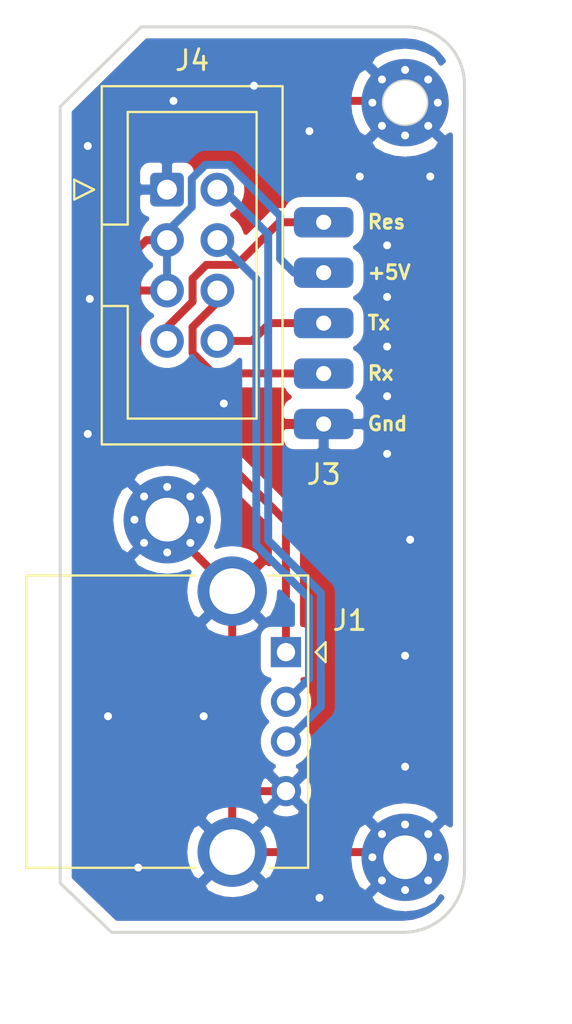
<source format=kicad_pcb>
(kicad_pcb (version 20171130) (host pcbnew "(5.1.8)-1")

  (general
    (thickness 1.6)
    (drawings 14)
    (tracks 84)
    (zones 0)
    (modules 6)
    (nets 8)
  )

  (page A4)
  (layers
    (0 F.Cu signal)
    (31 B.Cu signal)
    (32 B.Adhes user)
    (33 F.Adhes user)
    (34 B.Paste user)
    (35 F.Paste user)
    (36 B.SilkS user)
    (37 F.SilkS user)
    (38 B.Mask user)
    (39 F.Mask user)
    (40 Dwgs.User user)
    (41 Cmts.User user)
    (42 Eco1.User user)
    (43 Eco2.User user)
    (44 Edge.Cuts user)
    (45 Margin user)
    (46 B.CrtYd user)
    (47 F.CrtYd user)
    (48 B.Fab user)
    (49 F.Fab user)
  )

  (setup
    (last_trace_width 0.4)
    (user_trace_width 0.4)
    (trace_clearance 0.2)
    (zone_clearance 0.508)
    (zone_45_only no)
    (trace_min 0.2)
    (via_size 0.8)
    (via_drill 0.4)
    (via_min_size 0.4)
    (via_min_drill 0.3)
    (uvia_size 0.3)
    (uvia_drill 0.1)
    (uvias_allowed no)
    (uvia_min_size 0.2)
    (uvia_min_drill 0.1)
    (edge_width 0.05)
    (segment_width 0.2)
    (pcb_text_width 0.3)
    (pcb_text_size 1.5 1.5)
    (mod_edge_width 0.12)
    (mod_text_size 1 1)
    (mod_text_width 0.15)
    (pad_size 4.4 4.4)
    (pad_drill 2.2)
    (pad_to_mask_clearance 0)
    (aux_axis_origin 0 0)
    (visible_elements 7FFFFFFF)
    (pcbplotparams
      (layerselection 0x010fc_ffffffff)
      (usegerberextensions false)
      (usegerberattributes true)
      (usegerberadvancedattributes true)
      (creategerberjobfile true)
      (excludeedgelayer true)
      (linewidth 0.100000)
      (plotframeref false)
      (viasonmask false)
      (mode 1)
      (useauxorigin false)
      (hpglpennumber 1)
      (hpglpenspeed 20)
      (hpglpendiameter 15.000000)
      (psnegative false)
      (psa4output false)
      (plotreference true)
      (plotvalue true)
      (plotinvisibletext false)
      (padsonsilk false)
      (subtractmaskfromsilk false)
      (outputformat 1)
      (mirror false)
      (drillshape 1)
      (scaleselection 1)
      (outputdirectory ""))
  )

  (net 0 "")
  (net 1 GND)
  (net 2 "Net-(J1-Pad1)")
  (net 3 /DM)
  (net 4 /DP)
  (net 5 /RX)
  (net 6 /TX)
  (net 7 /Res)

  (net_class Default "This is the default net class."
    (clearance 0.2)
    (trace_width 0.25)
    (via_dia 0.8)
    (via_drill 0.4)
    (uvia_dia 0.3)
    (uvia_drill 0.1)
    (add_net /DM)
    (add_net /DP)
    (add_net /RX)
    (add_net /Res)
    (add_net /TX)
    (add_net GND)
    (add_net "Net-(J1-Pad1)")
  )

  (module Connector_IDC:IDC-Header_2x04_P2.54mm_Vertical (layer F.Cu) (tedit 5EAC9A07) (tstamp 602A0EF6)
    (at 21.296 24.098)
    (descr "Through hole IDC box header, 2x04, 2.54mm pitch, DIN 41651 / IEC 60603-13, double rows, https://docs.google.com/spreadsheets/d/16SsEcesNF15N3Lb4niX7dcUr-NY5_MFPQhobNuNppn4/edit#gid=0")
    (tags "Through hole vertical IDC box header THT 2x04 2.54mm double row")
    (path /602533EF)
    (fp_text reference J4 (at 1.27 -6.502) (layer F.SilkS)
      (effects (font (size 1 1) (thickness 0.15)))
    )
    (fp_text value "На контроллер" (at 1.27 13.72) (layer F.Fab)
      (effects (font (size 1 1) (thickness 0.15)))
    )
    (fp_line (start 6.22 -5.6) (end -3.68 -5.6) (layer F.CrtYd) (width 0.05))
    (fp_line (start 6.22 13.22) (end 6.22 -5.6) (layer F.CrtYd) (width 0.05))
    (fp_line (start -3.68 13.22) (end 6.22 13.22) (layer F.CrtYd) (width 0.05))
    (fp_line (start -3.68 -5.6) (end -3.68 13.22) (layer F.CrtYd) (width 0.05))
    (fp_line (start -4.68 0.5) (end -3.68 0) (layer F.SilkS) (width 0.12))
    (fp_line (start -4.68 -0.5) (end -4.68 0.5) (layer F.SilkS) (width 0.12))
    (fp_line (start -3.68 0) (end -4.68 -0.5) (layer F.SilkS) (width 0.12))
    (fp_line (start -1.98 5.86) (end -3.29 5.86) (layer F.SilkS) (width 0.12))
    (fp_line (start -1.98 5.86) (end -1.98 5.86) (layer F.SilkS) (width 0.12))
    (fp_line (start -1.98 11.53) (end -1.98 5.86) (layer F.SilkS) (width 0.12))
    (fp_line (start 4.52 11.53) (end -1.98 11.53) (layer F.SilkS) (width 0.12))
    (fp_line (start 4.52 -3.91) (end 4.52 11.53) (layer F.SilkS) (width 0.12))
    (fp_line (start -1.98 -3.91) (end 4.52 -3.91) (layer F.SilkS) (width 0.12))
    (fp_line (start -1.98 1.76) (end -1.98 -3.91) (layer F.SilkS) (width 0.12))
    (fp_line (start -3.29 1.76) (end -1.98 1.76) (layer F.SilkS) (width 0.12))
    (fp_line (start -3.29 12.83) (end -3.29 -5.21) (layer F.SilkS) (width 0.12))
    (fp_line (start 5.83 12.83) (end -3.29 12.83) (layer F.SilkS) (width 0.12))
    (fp_line (start 5.83 -5.21) (end 5.83 12.83) (layer F.SilkS) (width 0.12))
    (fp_line (start -3.29 -5.21) (end 5.83 -5.21) (layer F.SilkS) (width 0.12))
    (fp_line (start -1.98 5.86) (end -3.18 5.86) (layer F.Fab) (width 0.1))
    (fp_line (start -1.98 5.86) (end -1.98 5.86) (layer F.Fab) (width 0.1))
    (fp_line (start -1.98 11.53) (end -1.98 5.86) (layer F.Fab) (width 0.1))
    (fp_line (start 4.52 11.53) (end -1.98 11.53) (layer F.Fab) (width 0.1))
    (fp_line (start 4.52 -3.91) (end 4.52 11.53) (layer F.Fab) (width 0.1))
    (fp_line (start -1.98 -3.91) (end 4.52 -3.91) (layer F.Fab) (width 0.1))
    (fp_line (start -1.98 1.76) (end -1.98 -3.91) (layer F.Fab) (width 0.1))
    (fp_line (start -3.18 1.76) (end -1.98 1.76) (layer F.Fab) (width 0.1))
    (fp_line (start -3.18 12.72) (end -3.18 -4.1) (layer F.Fab) (width 0.1))
    (fp_line (start 5.72 12.72) (end -3.18 12.72) (layer F.Fab) (width 0.1))
    (fp_line (start 5.72 -5.1) (end 5.72 12.72) (layer F.Fab) (width 0.1))
    (fp_line (start -2.18 -5.1) (end 5.72 -5.1) (layer F.Fab) (width 0.1))
    (fp_line (start -3.18 -4.1) (end -2.18 -5.1) (layer F.Fab) (width 0.1))
    (fp_text user %R (at 1.27 3.81 90) (layer F.Fab)
      (effects (font (size 1 1) (thickness 0.15)))
    )
    (pad 1 thru_hole roundrect (at 0 0) (size 1.7 1.7) (drill 1) (layers *.Cu *.Mask) (roundrect_rratio 0.147059)
      (net 1 GND))
    (pad 3 thru_hole circle (at 0 2.54) (size 1.7 1.7) (drill 1) (layers *.Cu *.Mask)
      (net 2 "Net-(J1-Pad1)"))
    (pad 5 thru_hole circle (at 0 5.08) (size 1.7 1.7) (drill 1) (layers *.Cu *.Mask)
      (net 2 "Net-(J1-Pad1)"))
    (pad 7 thru_hole circle (at 0 7.62) (size 1.7 1.7) (drill 1) (layers *.Cu *.Mask)
      (net 7 /Res))
    (pad 2 thru_hole circle (at 2.54 0) (size 1.7 1.7) (drill 1) (layers *.Cu *.Mask)
      (net 4 /DP))
    (pad 4 thru_hole circle (at 2.54 2.54) (size 1.7 1.7) (drill 1) (layers *.Cu *.Mask)
      (net 3 /DM))
    (pad 6 thru_hole circle (at 2.54 5.08) (size 1.7 1.7) (drill 1) (layers *.Cu *.Mask)
      (net 5 /RX))
    (pad 8 thru_hole circle (at 2.54 7.62) (size 1.7 1.7) (drill 1) (layers *.Cu *.Mask)
      (net 6 /TX))
    (model ${KISYS3DMOD}/Connector_IDC.3dshapes/IDC-Header_2x04_P2.54mm_Vertical.wrl
      (at (xyz 0 0 0))
      (scale (xyz 1 1 1))
      (rotate (xyz 0 0 0))
    )
  )

  (module lcd_pcb:lcd (layer F.Cu) (tedit 602A0E9B) (tstamp 602A0EC9)
    (at 29.2 23.2)
    (path /6023B653)
    (fp_text reference J3 (at 0 15.24) (layer F.SilkS)
      (effects (font (size 1 1) (thickness 0.15)))
    )
    (fp_text value "На монитор" (at 0 -0.5) (layer F.Fab)
      (effects (font (size 1 1) (thickness 0.15)))
    )
    (pad 5 thru_hole roundrect (at 0 12.7) (size 3 1.524) (drill 0.762) (layers *.Cu *.Mask) (roundrect_rratio 0.25)
      (net 1 GND))
    (pad 4 thru_hole roundrect (at 0 10.16) (size 3 1.524) (drill 0.762) (layers *.Cu *.Mask) (roundrect_rratio 0.25)
      (net 5 /RX))
    (pad 3 thru_hole roundrect (at 0 7.62) (size 3 1.524) (drill 0.762) (layers *.Cu *.Mask) (roundrect_rratio 0.25)
      (net 6 /TX))
    (pad 2 thru_hole roundrect (at 0 5.08) (size 3 1.524) (drill 0.762) (layers *.Cu *.Mask) (roundrect_rratio 0.25)
      (net 2 "Net-(J1-Pad1)"))
    (pad 1 thru_hole roundrect (at 0 2.54) (size 3 1.524) (drill 0.762) (layers *.Cu *.Mask) (roundrect_rratio 0.25)
      (net 7 /Res))
    (model ${KISYS3DMOD}/Connector_PinHeader_2.54mm.3dshapes/PinHeader_1x05_P2.54mm_Vertical.wrl
      (offset (xyz 0 -2.54 0))
      (scale (xyz 1 1 1))
      (rotate (xyz 0 0 0))
    )
  )

  (module MountingHole:MountingHole_2.2mm_M2_Pad_Via (layer F.Cu) (tedit 56DDB9C7) (tstamp 602A7925)
    (at 21.305999 40.718)
    (descr "Mounting Hole 2.2mm, M2")
    (tags "mounting hole 2.2mm m2")
    (path /60260A5D)
    (attr virtual)
    (fp_text reference J6 (at -3.493999 -0.008) (layer F.SilkS) hide
      (effects (font (size 1 1) (thickness 0.15)))
    )
    (fp_text value "Крепёжное отверстие" (at 0 3.2) (layer F.Fab)
      (effects (font (size 1 1) (thickness 0.15)))
    )
    (fp_circle (center 0 0) (end 2.2 0) (layer Cmts.User) (width 0.15))
    (fp_circle (center 0 0) (end 2.45 0) (layer F.CrtYd) (width 0.05))
    (fp_text user %R (at 0.3 0) (layer F.Fab)
      (effects (font (size 1 1) (thickness 0.15)))
    )
    (pad 1 thru_hole circle (at 1.166726 -1.166726) (size 0.7 0.7) (drill 0.4) (layers *.Cu *.Mask)
      (net 1 GND))
    (pad 1 thru_hole circle (at 0 -1.65) (size 0.7 0.7) (drill 0.4) (layers *.Cu *.Mask)
      (net 1 GND))
    (pad 1 thru_hole circle (at -1.166726 -1.166726) (size 0.7 0.7) (drill 0.4) (layers *.Cu *.Mask)
      (net 1 GND))
    (pad 1 thru_hole circle (at -1.65 0) (size 0.7 0.7) (drill 0.4) (layers *.Cu *.Mask)
      (net 1 GND))
    (pad 1 thru_hole circle (at -1.166726 1.166726) (size 0.7 0.7) (drill 0.4) (layers *.Cu *.Mask)
      (net 1 GND))
    (pad 1 thru_hole circle (at 0 1.65) (size 0.7 0.7) (drill 0.4) (layers *.Cu *.Mask)
      (net 1 GND))
    (pad 1 thru_hole circle (at 1.166726 1.166726) (size 0.7 0.7) (drill 0.4) (layers *.Cu *.Mask)
      (net 1 GND))
    (pad 1 thru_hole circle (at 1.65 0) (size 0.7 0.7) (drill 0.4) (layers *.Cu *.Mask)
      (net 1 GND))
    (pad 1 thru_hole circle (at 0 0) (size 4.4 4.4) (drill 2.2) (layers *.Cu *.Mask)
      (net 1 GND))
  )

  (module MountingHole:MountingHole_2.2mm_M2_Pad_Via (layer F.Cu) (tedit 56DDB9C7) (tstamp 602A0F06)
    (at 33.305999 57.718)
    (descr "Mounting Hole 2.2mm, M2")
    (tags "mounting hole 2.2mm m2")
    (path /6025FF56)
    (attr virtual)
    (fp_text reference J5 (at 0 -3.2) (layer F.SilkS) hide
      (effects (font (size 1 1) (thickness 0.15)))
    )
    (fp_text value "Крепёжное отверстие" (at 0 3.2) (layer F.Fab)
      (effects (font (size 1 1) (thickness 0.15)))
    )
    (fp_circle (center 0 0) (end 2.2 0) (layer Cmts.User) (width 0.15))
    (fp_circle (center 0 0) (end 2.45 0) (layer F.CrtYd) (width 0.05))
    (fp_text user %R (at 0.3 0) (layer F.Fab)
      (effects (font (size 1 1) (thickness 0.15)))
    )
    (pad 1 thru_hole circle (at 1.166726 -1.166726) (size 0.7 0.7) (drill 0.4) (layers *.Cu *.Mask)
      (net 1 GND))
    (pad 1 thru_hole circle (at 0 -1.65) (size 0.7 0.7) (drill 0.4) (layers *.Cu *.Mask)
      (net 1 GND))
    (pad 1 thru_hole circle (at -1.166726 -1.166726) (size 0.7 0.7) (drill 0.4) (layers *.Cu *.Mask)
      (net 1 GND))
    (pad 1 thru_hole circle (at -1.65 0) (size 0.7 0.7) (drill 0.4) (layers *.Cu *.Mask)
      (net 1 GND))
    (pad 1 thru_hole circle (at -1.166726 1.166726) (size 0.7 0.7) (drill 0.4) (layers *.Cu *.Mask)
      (net 1 GND))
    (pad 1 thru_hole circle (at 0 1.65) (size 0.7 0.7) (drill 0.4) (layers *.Cu *.Mask)
      (net 1 GND))
    (pad 1 thru_hole circle (at 1.166726 1.166726) (size 0.7 0.7) (drill 0.4) (layers *.Cu *.Mask)
      (net 1 GND))
    (pad 1 thru_hole circle (at 1.65 0) (size 0.7 0.7) (drill 0.4) (layers *.Cu *.Mask)
      (net 1 GND))
    (pad 1 thru_hole circle (at 0 0) (size 4.4 4.4) (drill 2.2) (layers *.Cu *.Mask)
      (net 1 GND))
  )

  (module MountingHole:MountingHole_2.2mm_M2_Pad_Via (layer F.Cu) (tedit 56DDB9C7) (tstamp 602A0EC0)
    (at 33.305999 19.718)
    (descr "Mounting Hole 2.2mm, M2")
    (tags "mounting hole 2.2mm m2")
    (path /6025E6F3)
    (attr virtual)
    (fp_text reference J2 (at -3.047999 -2.63) (layer F.SilkS) hide
      (effects (font (size 1 1) (thickness 0.15)))
    )
    (fp_text value "Крепёжное отверстие" (at 0 3.2) (layer F.Fab)
      (effects (font (size 1 1) (thickness 0.15)))
    )
    (fp_circle (center 0 0) (end 2.2 0) (layer Cmts.User) (width 0.15))
    (fp_circle (center 0 0) (end 2.45 0) (layer F.CrtYd) (width 0.05))
    (fp_text user %R (at 0.3 0) (layer F.Fab)
      (effects (font (size 1 1) (thickness 0.15)))
    )
    (pad 1 thru_hole circle (at 1.166726 -1.166726) (size 0.7 0.7) (drill 0.4) (layers *.Cu *.Mask)
      (net 1 GND))
    (pad 1 thru_hole circle (at 0 -1.65) (size 0.7 0.7) (drill 0.4) (layers *.Cu *.Mask)
      (net 1 GND))
    (pad 1 thru_hole circle (at -1.166726 -1.166726) (size 0.7 0.7) (drill 0.4) (layers *.Cu *.Mask)
      (net 1 GND))
    (pad 1 thru_hole circle (at -1.65 0) (size 0.7 0.7) (drill 0.4) (layers *.Cu *.Mask)
      (net 1 GND))
    (pad 1 thru_hole circle (at -1.166726 1.166726) (size 0.7 0.7) (drill 0.4) (layers *.Cu *.Mask)
      (net 1 GND))
    (pad 1 thru_hole circle (at 0 1.65) (size 0.7 0.7) (drill 0.4) (layers *.Cu *.Mask)
      (net 1 GND))
    (pad 1 thru_hole circle (at 1.166726 1.166726) (size 0.7 0.7) (drill 0.4) (layers *.Cu *.Mask)
      (net 1 GND))
    (pad 1 thru_hole circle (at 1.65 0) (size 0.7 0.7) (drill 0.4) (layers *.Cu *.Mask)
      (net 1 GND))
    (pad 1 thru_hole circle (at 0 0) (size 4.4 4.4) (drill 2.2) (layers *.Cu *.Mask)
      (net 1 GND))
  )

  (module lcd_pcb:USB_A_CONNFLY_DS1095-WNR0 (layer F.Cu) (tedit 6022A465) (tstamp 602A0EB0)
    (at 27.296 47.388 270)
    (descr http://www.connfly.com/userfiles/image/UpLoadFile/File/2013/5/6/DS1095.pdf)
    (tags "USB-A receptacle horizontal through-hole")
    (path /6022A0D2)
    (fp_text reference J1 (at -1.598 -3.216 180) (layer F.SilkS)
      (effects (font (size 1 1) (thickness 0.15)))
    )
    (fp_text value USB_A (at 3.5 7 90) (layer F.Fab)
      (effects (font (size 1 1) (thickness 0.15)))
    )
    (fp_line (start 0.5 -2) (end -0.5 -2) (layer F.SilkS) (width 0.12))
    (fp_line (start 0 -1.5) (end 0.5 -2) (layer F.SilkS) (width 0.12))
    (fp_line (start -0.5 -2) (end 0 -1.5) (layer F.SilkS) (width 0.12))
    (fp_line (start 10.86 0.86) (end 10.86 -1.12) (layer F.SilkS) (width 0.12))
    (fp_line (start -3.86 -1.12) (end -3.86 0.86) (layer F.SilkS) (width 0.12))
    (fp_line (start -3.86 -1.12) (end 10.86 -1.12) (layer F.SilkS) (width 0.12))
    (fp_line (start 10.86 4.56) (end 10.86 13.1) (layer F.SilkS) (width 0.12))
    (fp_line (start -3.86 13.1) (end 10.86 13.1) (layer F.SilkS) (width 0.12))
    (fp_line (start -3.86 4.56) (end -3.86 13.1) (layer F.SilkS) (width 0.12))
    (fp_line (start -5.32 -1.51) (end 12.32 -1.51) (layer F.CrtYd) (width 0.05))
    (fp_line (start 12.32 -1.51) (end 12.32 13.49) (layer F.CrtYd) (width 0.05))
    (fp_line (start 12.32 13.49) (end -5.32 13.49) (layer F.CrtYd) (width 0.05))
    (fp_line (start -5.32 -1.51) (end -5.32 13.49) (layer F.CrtYd) (width 0.05))
    (fp_line (start -2.87 -1.01) (end -3.75 -0.13) (layer F.Fab) (width 0.1))
    (fp_line (start -3.75 12.99) (end 10.75 12.99) (layer F.Fab) (width 0.1))
    (fp_line (start -2.87 -1.01) (end 10.75 -1.01) (layer F.Fab) (width 0.1))
    (fp_line (start 10.75 -1.01) (end 10.75 12.99) (layer F.Fab) (width 0.1))
    (fp_line (start -3.75 -0.13) (end -3.75 12.99) (layer F.Fab) (width 0.1))
    (fp_text user %R (at 3.5 5 90) (layer F.Fab)
      (effects (font (size 1 1) (thickness 0.15)))
    )
    (pad 5 thru_hole circle (at 10.07 2.71 270) (size 3.5 3.5) (drill 2.3) (layers *.Cu *.Mask)
      (net 1 GND))
    (pad 5 thru_hole circle (at -3.07 2.71 270) (size 3.5 3.5) (drill 2.3) (layers *.Cu *.Mask)
      (net 1 GND))
    (pad 1 thru_hole rect (at 0 0 270) (size 1.524 1.524) (drill 0.92) (layers *.Cu *.Mask)
      (net 2 "Net-(J1-Pad1)"))
    (pad 2 thru_hole circle (at 2.5 0 270) (size 1.524 1.524) (drill 0.92) (layers *.Cu *.Mask)
      (net 3 /DM))
    (pad 3 thru_hole circle (at 4.5 0 270) (size 1.524 1.524) (drill 0.92) (layers *.Cu *.Mask)
      (net 4 /DP))
    (pad 4 thru_hole circle (at 7 0 270) (size 1.524 1.524) (drill 0.92) (layers *.Cu *.Mask)
      (net 1 GND))
    (model ${KISYS3DMOD}/Connector_USB.3dshapes/USB_A_CONNFLY_DS1095-WNR0.wrl
      (at (xyz 0 0 0))
      (scale (xyz 1 1 1))
      (rotate (xyz 0 0 0))
    )
    (model ${KIPRJMOD}/lcd_pcb.pretty/usb_a_connfly.wrl
      (offset (xyz 3.5 1 2.5))
      (scale (xyz 0.393 0.393 0.393))
      (rotate (xyz -90 0 0))
    )
  )

  (gr_arc (start 33.2 58.4) (end 33.2 61.5) (angle -90) (layer Edge.Cuts) (width 0.15))
  (gr_arc (start 33.4 18.8) (end 36.3 18.8) (angle -90) (layer Edge.Cuts) (width 0.15))
  (gr_text Gnd (at 31.336 35.884) (layer F.SilkS) (tstamp 602A7AA7)
    (effects (font (size 0.7 0.7) (thickness 0.15)) (justify left))
  )
  (gr_text Rx (at 31.336 33.344) (layer F.SilkS) (tstamp 602A7AA7)
    (effects (font (size 0.7 0.7) (thickness 0.15)) (justify left))
  )
  (gr_text Tx (at 31.336 30.804) (layer F.SilkS) (tstamp 602A7AA7)
    (effects (font (size 0.7 0.7) (thickness 0.15)) (justify left))
  )
  (gr_text +5V (at 31.336 28.264) (layer F.SilkS) (tstamp 602A7AA7)
    (effects (font (size 0.7 0.7) (thickness 0.15)) (justify left))
  )
  (gr_text Res (at 31.336 25.724) (layer F.SilkS)
    (effects (font (size 0.7 0.7) (thickness 0.15)) (justify left))
  )
  (gr_line (start 20 15.9) (end 15.905999 19.918) (layer Edge.Cuts) (width 0.15))
  (gr_line (start 36.3 58.4) (end 36.3 18.8) (layer Edge.Cuts) (width 0.15))
  (gr_line (start 18.5 61.5) (end 33.2 61.5) (layer Edge.Cuts) (width 0.15))
  (gr_line (start 33.4 15.9) (end 20 15.9) (layer Edge.Cuts) (width 0.15))
  (gr_line (start 15.905999 59.018) (end 18.5 61.5) (layer Edge.Cuts) (width 0.15))
  (gr_line (start 15.905999 19.918) (end 15.905999 59.018) (layer Edge.Cuts) (width 0.15))
  (gr_circle (center 33.305999 19.718) (end 34.405999 19.718) (layer Edge.Cuts) (width 0.15))

  (segment (start 21.305999 41.037999) (end 21.305999 40.718) (width 0.4) (layer F.Cu) (net 1))
  (segment (start 24.586 44.318) (end 21.305999 41.037999) (width 0.4) (layer F.Cu) (net 1))
  (segment (start 21.305999 40.718) (end 19.106 38.518001) (width 0.4) (layer F.Cu) (net 1))
  (segment (start 19.106 22.144) (end 21.622 19.628) (width 0.4) (layer F.Cu) (net 1))
  (segment (start 31.720021 19.628) (end 31.717137 19.631461) (width 0.4) (layer F.Cu) (net 1))
  (segment (start 21.622 19.628) (end 31.720021 19.628) (width 0.4) (layer F.Cu) (net 1))
  (segment (start 19.106 23.97) (end 19.106 22.144) (width 0.4) (layer F.Cu) (net 1))
  (segment (start 19.106 38.518001) (end 19.106 23.97) (width 0.4) (layer F.Cu) (net 1))
  (segment (start 24.586 54.596) (end 24.586 44.318) (width 0.4) (layer F.Cu) (net 1))
  (segment (start 24.586 57.458) (end 24.586 54.596) (width 0.4) (layer F.Cu) (net 1))
  (segment (start 24.586 54.342) (end 24.586 54.596) (width 0.4) (layer F.Cu) (net 1))
  (segment (start 24.632 54.388) (end 24.586 54.342) (width 0.4) (layer F.Cu) (net 1))
  (segment (start 27.296 54.388) (end 24.632 54.388) (width 0.4) (layer F.Cu) (net 1))
  (segment (start 33.045999 57.458) (end 33.305999 57.718) (width 0.4) (layer F.Cu) (net 1))
  (segment (start 24.586 57.458) (end 33.045999 57.458) (width 0.4) (layer F.Cu) (net 1))
  (via (at 24.162 34.868) (size 0.8) (drill 0.4) (layers F.Cu B.Cu) (net 1))
  (via (at 34.576 23.438) (size 0.8) (drill 0.4) (layers F.Cu B.Cu) (net 1))
  (via (at 31.02 23.438) (size 0.8) (drill 0.4) (layers F.Cu B.Cu) (net 1))
  (via (at 28.48 21.152) (size 0.8) (drill 0.4) (layers F.Cu B.Cu) (net 1))
  (via (at 25.686 18.866) (size 0.8) (drill 0.4) (layers F.Cu B.Cu) (net 1))
  (via (at 18.32 50.616) (size 0.8) (drill 0.4) (layers F.Cu B.Cu) (net 1))
  (via (at 23.146 50.616) (size 0.8) (drill 0.4) (layers F.Cu B.Cu) (net 1))
  (via (at 19.844 58.236) (size 0.8) (drill 0.4) (layers F.Cu B.Cu) (net 1))
  (via (at 28.988 59.76) (size 0.8) (drill 0.4) (layers F.Cu B.Cu) (net 1))
  (via (at 33.306 53.156) (size 0.8) (drill 0.4) (layers F.Cu B.Cu) (net 1))
  (via (at 33.306 47.568) (size 0.8) (drill 0.4) (layers F.Cu B.Cu) (net 1))
  (via (at 33.56 41.726) (size 0.8) (drill 0.4) (layers F.Cu B.Cu) (net 1))
  (segment (start 21.622 19.628) (end 21.622 19.628) (width 0.4) (layer F.Cu) (net 1) (tstamp 602A7C22))
  (via (at 21.622 19.628) (size 0.8) (drill 0.4) (layers F.Cu B.Cu) (net 1))
  (via (at 32.4 26.9) (size 0.8) (drill 0.4) (layers F.Cu B.Cu) (net 1))
  (via (at 32.4 29.5) (size 0.8) (drill 0.4) (layers F.Cu B.Cu) (net 1))
  (via (at 32.4 32) (size 0.8) (drill 0.4) (layers F.Cu B.Cu) (net 1))
  (via (at 32.4 34.5) (size 0.8) (drill 0.4) (layers F.Cu B.Cu) (net 1))
  (via (at 32.4 37.4) (size 0.8) (drill 0.4) (layers F.Cu B.Cu) (net 1))
  (segment (start 19.234 24.098) (end 19.106 23.97) (width 0.4) (layer F.Cu) (net 1))
  (segment (start 21.296 24.098) (end 19.234 24.098) (width 0.4) (layer F.Cu) (net 1))
  (via (at 17.3 36.4) (size 0.8) (drill 0.4) (layers F.Cu B.Cu) (net 1))
  (via (at 17.4 29.6) (size 0.8) (drill 0.4) (layers F.Cu B.Cu) (net 1))
  (via (at 17.3 21.9) (size 0.8) (drill 0.4) (layers F.Cu B.Cu) (net 1))
  (segment (start 21.47 29.178) (end 21.368 29.28) (width 0.4) (layer F.Cu) (net 2))
  (segment (start 21.296 29.178) (end 21.296 26.638) (width 0.4) (layer B.Cu) (net 2))
  (segment (start 22.54601 23.537988) (end 23.235999 22.847999) (width 0.4) (layer B.Cu) (net 2))
  (segment (start 22.54601 24.967246) (end 22.54601 23.537988) (width 0.4) (layer B.Cu) (net 2))
  (segment (start 21.296 26.217256) (end 22.54601 24.967246) (width 0.4) (layer B.Cu) (net 2))
  (segment (start 23.235999 22.847999) (end 24.436001 22.847999) (width 0.4) (layer B.Cu) (net 2))
  (segment (start 21.296 26.638) (end 21.296 26.217256) (width 0.4) (layer B.Cu) (net 2))
  (segment (start 19.8 29.178) (end 21.296 29.178) (width 0.4) (layer F.Cu) (net 2))
  (segment (start 19.8 33.3) (end 19.8 29.178) (width 0.4) (layer F.Cu) (net 2))
  (segment (start 27.296 40.796) (end 19.8 33.3) (width 0.4) (layer F.Cu) (net 2))
  (segment (start 27.296 47.388) (end 27.296 40.796) (width 0.4) (layer F.Cu) (net 2))
  (segment (start 19.8 29.178) (end 19.8 27.1) (width 0.4) (layer F.Cu) (net 2))
  (segment (start 20.262 26.638) (end 21.296 26.638) (width 0.4) (layer F.Cu) (net 2))
  (segment (start 19.8 27.1) (end 20.262 26.638) (width 0.4) (layer F.Cu) (net 2))
  (segment (start 27.000009 27.580009) (end 27.7 28.28) (width 0.4) (layer B.Cu) (net 2))
  (segment (start 27.000009 25.412007) (end 27.000009 27.580009) (width 0.4) (layer B.Cu) (net 2))
  (segment (start 25.744001 24.155999) (end 27.000009 25.412007) (width 0.4) (layer B.Cu) (net 2))
  (segment (start 27.7 28.28) (end 29.2 28.28) (width 0.4) (layer B.Cu) (net 2))
  (segment (start 24.436001 22.847999) (end 25.744001 24.155999) (width 0.4) (layer B.Cu) (net 2))
  (segment (start 28.458001 48.725999) (end 28.458001 44.658002) (width 0.4) (layer B.Cu) (net 3))
  (segment (start 25.799989 41.99999) (end 25.799989 28.601989) (width 0.4) (layer B.Cu) (net 3))
  (segment (start 28.458001 44.658002) (end 25.799989 41.99999) (width 0.4) (layer B.Cu) (net 3))
  (segment (start 27.296 49.888) (end 28.458001 48.725999) (width 0.4) (layer B.Cu) (net 3))
  (segment (start 25.799989 28.601989) (end 23.836 26.638) (width 0.4) (layer B.Cu) (net 3))
  (segment (start 24.146542 24.098) (end 23.836 24.098) (width 0.4) (layer B.Cu) (net 4))
  (segment (start 26.4 26.351458) (end 24.146542 24.098) (width 0.4) (layer B.Cu) (net 4))
  (segment (start 26.4 41.751458) (end 26.4 26.351458) (width 0.4) (layer B.Cu) (net 4))
  (segment (start 29.05801 50.12599) (end 29.05801 44.409468) (width 0.4) (layer B.Cu) (net 4))
  (segment (start 27.296 51.888) (end 29.05801 50.12599) (width 0.4) (layer B.Cu) (net 4))
  (segment (start 29.05801 44.409468) (end 26.4 41.751458) (width 0.4) (layer B.Cu) (net 4))
  (segment (start 23.836 29.764) (end 23.836 29.178) (width 0.4) (layer F.Cu) (net 5))
  (segment (start 22.585999 31.014001) (end 23.836 29.764) (width 0.4) (layer F.Cu) (net 5))
  (segment (start 22.585999 32.318001) (end 22.585999 31.014001) (width 0.4) (layer F.Cu) (net 5))
  (segment (start 23.611998 33.344) (end 22.585999 32.318001) (width 0.4) (layer F.Cu) (net 5))
  (segment (start 29.2 33.36) (end 23.611998 33.344) (width 0.4) (layer F.Cu) (net 5))
  (segment (start 25.582 31.718) (end 23.836 31.718) (width 0.4) (layer F.Cu) (net 6))
  (segment (start 26.48 30.82) (end 25.582 31.718) (width 0.4) (layer F.Cu) (net 6))
  (segment (start 29.2 30.82) (end 26.48 30.82) (width 0.4) (layer F.Cu) (net 6))
  (segment (start 26.96 25.74) (end 29.2 25.74) (width 0.4) (layer F.Cu) (net 7))
  (segment (start 23.275997 27.888001) (end 24.811999 27.888001) (width 0.4) (layer F.Cu) (net 7))
  (segment (start 22.585999 28.577999) (end 23.275997 27.888001) (width 0.4) (layer F.Cu) (net 7))
  (segment (start 24.811999 27.888001) (end 26.96 25.74) (width 0.4) (layer F.Cu) (net 7))
  (segment (start 22.585999 29.738003) (end 22.585999 28.577999) (width 0.4) (layer F.Cu) (net 7))
  (segment (start 21.296 31.028002) (end 22.585999 29.738003) (width 0.4) (layer F.Cu) (net 7))
  (segment (start 21.296 31.718) (end 21.296 31.028002) (width 0.4) (layer F.Cu) (net 7))

  (zone (net 1) (net_name GND) (layer F.Cu) (tstamp 0) (hatch edge 0.508)
    (connect_pads (clearance 0.508))
    (min_thickness 0.254)
    (fill yes (arc_segments 32) (thermal_gap 0.508) (thermal_bridge_width 0.508))
    (polygon
      (pts
        (xy 39.402 66.11) (xy 12.986 66.11) (xy 12.986 14.548) (xy 39.1 14.6)
      )
    )
    (filled_polygon
      (pts
        (xy 33.824708 16.655047) (xy 34.233249 16.778393) (xy 34.610044 16.978738) (xy 34.940749 17.248456) (xy 35.212769 17.577272)
        (xy 35.235927 17.620102) (xy 35.230108 17.614283) (xy 35.116168 17.728223) (xy 34.876023 17.340982) (xy 34.382122 17.080359)
        (xy 33.846866 16.921099) (xy 33.290825 16.869322) (xy 32.735367 16.927019) (xy 32.201838 17.091972) (xy 31.735975 17.340982)
        (xy 31.495829 17.728225) (xy 32.108027 18.340423) (xy 31.928422 18.520028) (xy 31.316224 17.90783) (xy 30.928981 18.147976)
        (xy 30.668358 18.641877) (xy 30.509098 19.177133) (xy 30.457321 19.733174) (xy 30.515018 20.288632) (xy 30.679971 20.822161)
        (xy 30.928981 21.288024) (xy 31.316224 21.52817) (xy 31.928422 20.915972) (xy 32.108027 21.095577) (xy 31.495829 21.707775)
        (xy 31.735975 22.095018) (xy 32.229876 22.355641) (xy 32.765132 22.514901) (xy 33.321173 22.566678) (xy 33.876631 22.508981)
        (xy 34.41016 22.344028) (xy 34.876023 22.095018) (xy 35.116169 21.707775) (xy 34.503971 21.095577) (xy 34.683576 20.915972)
        (xy 35.295774 21.52817) (xy 35.590001 21.345707) (xy 35.59 56.090292) (xy 35.295774 55.90783) (xy 33.485604 57.718)
        (xy 33.499747 57.732143) (xy 33.320142 57.911748) (xy 33.305999 57.897605) (xy 31.495829 59.707775) (xy 31.735975 60.095018)
        (xy 32.229876 60.355641) (xy 32.765132 60.514901) (xy 33.321173 60.566678) (xy 33.876631 60.508981) (xy 34.41016 60.344028)
        (xy 34.876023 60.095018) (xy 35.116168 59.707777) (xy 35.161463 59.753072) (xy 34.893459 60.081676) (xy 34.534564 60.378579)
        (xy 34.124845 60.600113) (xy 33.679894 60.737849) (xy 33.183705 60.79) (xy 18.784958 60.79) (xy 17.047551 59.127609)
        (xy 23.095997 59.127609) (xy 23.282073 59.468766) (xy 23.699409 59.684513) (xy 24.150815 59.814696) (xy 24.618946 59.854313)
        (xy 25.085811 59.801842) (xy 25.533468 59.659297) (xy 25.889927 59.468766) (xy 26.076003 59.127609) (xy 24.586 57.637605)
        (xy 23.095997 59.127609) (xy 17.047551 59.127609) (xy 16.615999 58.714691) (xy 16.615999 57.490946) (xy 22.189687 57.490946)
        (xy 22.242158 57.957811) (xy 22.384703 58.405468) (xy 22.575234 58.761927) (xy 22.916391 58.948003) (xy 24.406395 57.458)
        (xy 24.765605 57.458) (xy 26.255609 58.948003) (xy 26.596766 58.761927) (xy 26.812513 58.344591) (xy 26.942696 57.893185)
        (xy 26.956237 57.733174) (xy 30.457321 57.733174) (xy 30.515018 58.288632) (xy 30.679971 58.822161) (xy 30.928981 59.288024)
        (xy 31.316224 59.52817) (xy 33.126394 57.718) (xy 31.316224 55.90783) (xy 30.928981 56.147976) (xy 30.668358 56.641877)
        (xy 30.509098 57.177133) (xy 30.457321 57.733174) (xy 26.956237 57.733174) (xy 26.982313 57.425054) (xy 26.929842 56.958189)
        (xy 26.787297 56.510532) (xy 26.596766 56.154073) (xy 26.255609 55.967997) (xy 24.765605 57.458) (xy 24.406395 57.458)
        (xy 22.916391 55.967997) (xy 22.575234 56.154073) (xy 22.359487 56.571409) (xy 22.229304 57.022815) (xy 22.189687 57.490946)
        (xy 16.615999 57.490946) (xy 16.615999 55.788391) (xy 23.095997 55.788391) (xy 24.586 57.278395) (xy 26.076003 55.788391)
        (xy 25.889927 55.447234) (xy 25.708736 55.353565) (xy 26.51004 55.353565) (xy 26.57702 55.593656) (xy 26.826048 55.710756)
        (xy 27.093135 55.777023) (xy 27.368017 55.78991) (xy 27.640133 55.748922) (xy 27.697571 55.728225) (xy 31.495829 55.728225)
        (xy 33.305999 57.538395) (xy 35.116169 55.728225) (xy 34.876023 55.340982) (xy 34.382122 55.080359) (xy 33.846866 54.921099)
        (xy 33.290825 54.869322) (xy 32.735367 54.927019) (xy 32.201838 55.091972) (xy 31.735975 55.340982) (xy 31.495829 55.728225)
        (xy 27.697571 55.728225) (xy 27.899023 55.655636) (xy 28.01498 55.593656) (xy 28.08196 55.353565) (xy 27.296 54.567605)
        (xy 26.51004 55.353565) (xy 25.708736 55.353565) (xy 25.472591 55.231487) (xy 25.021185 55.101304) (xy 24.553054 55.061687)
        (xy 24.086189 55.114158) (xy 23.638532 55.256703) (xy 23.282073 55.447234) (xy 23.095997 55.788391) (xy 16.615999 55.788391)
        (xy 16.615999 54.460017) (xy 25.89409 54.460017) (xy 25.935078 54.732133) (xy 26.028364 54.991023) (xy 26.090344 55.10698)
        (xy 26.330435 55.17396) (xy 27.116395 54.388) (xy 27.475605 54.388) (xy 28.261565 55.17396) (xy 28.501656 55.10698)
        (xy 28.618756 54.857952) (xy 28.685023 54.590865) (xy 28.69791 54.315983) (xy 28.656922 54.043867) (xy 28.563636 53.784977)
        (xy 28.501656 53.66902) (xy 28.261565 53.60204) (xy 27.475605 54.388) (xy 27.116395 54.388) (xy 26.330435 53.60204)
        (xy 26.090344 53.66902) (xy 25.973244 53.918048) (xy 25.906977 54.185135) (xy 25.89409 54.460017) (xy 16.615999 54.460017)
        (xy 16.615999 45.987609) (xy 23.095997 45.987609) (xy 23.282073 46.328766) (xy 23.699409 46.544513) (xy 24.150815 46.674696)
        (xy 24.618946 46.714313) (xy 25.085811 46.661842) (xy 25.533468 46.519297) (xy 25.889927 46.328766) (xy 26.076003 45.987609)
        (xy 24.586 44.497605) (xy 23.095997 45.987609) (xy 16.615999 45.987609) (xy 16.615999 42.707775) (xy 19.495829 42.707775)
        (xy 19.735975 43.095018) (xy 20.229876 43.355641) (xy 20.765132 43.514901) (xy 21.321173 43.566678) (xy 21.876631 43.508981)
        (xy 22.403613 43.346052) (xy 22.359487 43.431409) (xy 22.229304 43.882815) (xy 22.189687 44.350946) (xy 22.242158 44.817811)
        (xy 22.384703 45.265468) (xy 22.575234 45.621927) (xy 22.916391 45.808003) (xy 24.406395 44.318) (xy 24.392252 44.303858)
        (xy 24.571858 44.124252) (xy 24.586 44.138395) (xy 26.076003 42.648391) (xy 25.889927 42.307234) (xy 25.472591 42.091487)
        (xy 25.021185 41.961304) (xy 24.553054 41.921687) (xy 24.086189 41.974158) (xy 23.800662 42.065077) (xy 23.94364 41.794123)
        (xy 24.1029 41.258867) (xy 24.154677 40.702826) (xy 24.09698 40.147368) (xy 23.932027 39.613839) (xy 23.683017 39.147976)
        (xy 23.295774 38.90783) (xy 21.485604 40.718) (xy 21.499747 40.732143) (xy 21.320142 40.911748) (xy 21.305999 40.897605)
        (xy 19.495829 42.707775) (xy 16.615999 42.707775) (xy 16.615999 40.733174) (xy 18.457321 40.733174) (xy 18.515018 41.288632)
        (xy 18.679971 41.822161) (xy 18.928981 42.288024) (xy 19.316224 42.52817) (xy 21.126394 40.718) (xy 19.316224 38.90783)
        (xy 18.928981 39.147976) (xy 18.668358 39.641877) (xy 18.509098 40.177133) (xy 18.457321 40.733174) (xy 16.615999 40.733174)
        (xy 16.615999 38.728225) (xy 19.495829 38.728225) (xy 21.305999 40.538395) (xy 23.116169 38.728225) (xy 22.876023 38.340982)
        (xy 22.382122 38.080359) (xy 21.846866 37.921099) (xy 21.290825 37.869322) (xy 20.735367 37.927019) (xy 20.201838 38.091972)
        (xy 19.735975 38.340982) (xy 19.495829 38.728225) (xy 16.615999 38.728225) (xy 16.615999 27.1) (xy 18.96096 27.1)
        (xy 18.965001 27.141028) (xy 18.965 29.136981) (xy 18.96096 29.178) (xy 18.965001 29.219029) (xy 18.965 33.258981)
        (xy 18.96096 33.3) (xy 18.965 33.341018) (xy 18.977082 33.463688) (xy 19.024828 33.621086) (xy 19.102364 33.766145)
        (xy 19.206709 33.893291) (xy 19.238579 33.919446) (xy 26.461001 41.14187) (xy 26.461001 42.940023) (xy 26.255609 42.827997)
        (xy 24.765605 44.318) (xy 26.255609 45.808003) (xy 26.461 45.695977) (xy 26.461 45.995118) (xy 26.409518 46.000188)
        (xy 26.28982 46.036498) (xy 26.179506 46.095463) (xy 26.082815 46.174815) (xy 26.003463 46.271506) (xy 25.944498 46.38182)
        (xy 25.908188 46.501518) (xy 25.895928 46.626) (xy 25.895928 48.15) (xy 25.908188 48.274482) (xy 25.944498 48.39418)
        (xy 26.003463 48.504494) (xy 26.082815 48.601185) (xy 26.179506 48.680537) (xy 26.28982 48.739502) (xy 26.409518 48.775812)
        (xy 26.441292 48.778941) (xy 26.405465 48.80288) (xy 26.21088 48.997465) (xy 26.057995 49.226273) (xy 25.952686 49.48051)
        (xy 25.899 49.750408) (xy 25.899 50.025592) (xy 25.952686 50.29549) (xy 26.057995 50.549727) (xy 26.21088 50.778535)
        (xy 26.320345 50.888) (xy 26.21088 50.997465) (xy 26.057995 51.226273) (xy 25.952686 51.48051) (xy 25.899 51.750408)
        (xy 25.899 52.025592) (xy 25.952686 52.29549) (xy 26.057995 52.549727) (xy 26.21088 52.778535) (xy 26.405465 52.97312)
        (xy 26.634273 53.126005) (xy 26.661401 53.137242) (xy 26.57702 53.182344) (xy 26.51004 53.422435) (xy 27.296 54.208395)
        (xy 28.08196 53.422435) (xy 28.01498 53.182344) (xy 27.924467 53.139782) (xy 27.957727 53.126005) (xy 28.186535 52.97312)
        (xy 28.38112 52.778535) (xy 28.534005 52.549727) (xy 28.639314 52.29549) (xy 28.693 52.025592) (xy 28.693 51.750408)
        (xy 28.639314 51.48051) (xy 28.534005 51.226273) (xy 28.38112 50.997465) (xy 28.271655 50.888) (xy 28.38112 50.778535)
        (xy 28.534005 50.549727) (xy 28.639314 50.29549) (xy 28.693 50.025592) (xy 28.693 49.750408) (xy 28.639314 49.48051)
        (xy 28.534005 49.226273) (xy 28.38112 48.997465) (xy 28.186535 48.80288) (xy 28.150708 48.778941) (xy 28.182482 48.775812)
        (xy 28.30218 48.739502) (xy 28.412494 48.680537) (xy 28.509185 48.601185) (xy 28.588537 48.504494) (xy 28.647502 48.39418)
        (xy 28.683812 48.274482) (xy 28.696072 48.15) (xy 28.696072 46.626) (xy 28.683812 46.501518) (xy 28.647502 46.38182)
        (xy 28.588537 46.271506) (xy 28.509185 46.174815) (xy 28.412494 46.095463) (xy 28.30218 46.036498) (xy 28.182482 46.000188)
        (xy 28.131 45.995118) (xy 28.131 40.837018) (xy 28.13504 40.796) (xy 28.118918 40.632311) (xy 28.071172 40.474913)
        (xy 27.993636 40.329854) (xy 27.915439 40.23457) (xy 27.915437 40.234568) (xy 27.889291 40.202709) (xy 27.857432 40.176563)
        (xy 24.342869 36.662) (xy 27.061928 36.662) (xy 27.074188 36.786482) (xy 27.110498 36.90618) (xy 27.169463 37.016494)
        (xy 27.248815 37.113185) (xy 27.345506 37.192537) (xy 27.45582 37.251502) (xy 27.575518 37.287812) (xy 27.7 37.300072)
        (xy 28.91425 37.297) (xy 29.073 37.13825) (xy 29.073 36.027) (xy 29.327 36.027) (xy 29.327 37.13825)
        (xy 29.48575 37.297) (xy 30.7 37.300072) (xy 30.824482 37.287812) (xy 30.94418 37.251502) (xy 31.054494 37.192537)
        (xy 31.151185 37.113185) (xy 31.230537 37.016494) (xy 31.289502 36.90618) (xy 31.325812 36.786482) (xy 31.338072 36.662)
        (xy 31.335 36.18575) (xy 31.17625 36.027) (xy 29.327 36.027) (xy 29.073 36.027) (xy 27.22375 36.027)
        (xy 27.065 36.18575) (xy 27.061928 36.662) (xy 24.342869 36.662) (xy 20.801313 33.120446) (xy 20.862842 33.145932)
        (xy 21.14974 33.203) (xy 21.44226 33.203) (xy 21.729158 33.145932) (xy 21.999411 33.03399) (xy 22.072371 32.98524)
        (xy 22.991719 33.90459) (xy 23.017011 33.935589) (xy 23.049712 33.962583) (xy 23.050568 33.963439) (xy 23.081623 33.988925)
        (xy 23.143857 34.040298) (xy 23.144916 34.040868) (xy 23.145852 34.041636) (xy 23.217508 34.079937) (xy 23.288693 34.118249)
        (xy 23.289844 34.118602) (xy 23.290911 34.119172) (xy 23.368683 34.142764) (xy 23.445954 34.166445) (xy 23.447151 34.166566)
        (xy 23.44831 34.166918) (xy 23.529097 34.174875) (xy 23.568589 34.178879) (xy 23.569786 34.178882) (xy 23.611998 34.18304)
        (xy 23.651825 34.179117) (xy 27.170614 34.189193) (xy 27.233673 34.307166) (xy 27.360407 34.461593) (xy 27.463473 34.546176)
        (xy 27.45582 34.548498) (xy 27.345506 34.607463) (xy 27.248815 34.686815) (xy 27.169463 34.783506) (xy 27.110498 34.89382)
        (xy 27.074188 35.013518) (xy 27.061928 35.138) (xy 27.065 35.61425) (xy 27.22375 35.773) (xy 29.073 35.773)
        (xy 29.073 35.753) (xy 29.327 35.753) (xy 29.327 35.773) (xy 31.17625 35.773) (xy 31.335 35.61425)
        (xy 31.338072 35.138) (xy 31.325812 35.013518) (xy 31.289502 34.89382) (xy 31.230537 34.783506) (xy 31.151185 34.686815)
        (xy 31.054494 34.607463) (xy 30.94418 34.548498) (xy 30.936527 34.546176) (xy 31.039593 34.461593) (xy 31.166327 34.307166)
        (xy 31.2605 34.130982) (xy 31.318491 33.939811) (xy 31.338072 33.741) (xy 31.338072 32.979) (xy 31.318491 32.780189)
        (xy 31.2605 32.589018) (xy 31.166327 32.412834) (xy 31.039593 32.258407) (xy 30.885166 32.131673) (xy 30.807202 32.09)
        (xy 30.885166 32.048327) (xy 31.039593 31.921593) (xy 31.166327 31.767166) (xy 31.2605 31.590982) (xy 31.318491 31.399811)
        (xy 31.338072 31.201) (xy 31.338072 30.439) (xy 31.318491 30.240189) (xy 31.2605 30.049018) (xy 31.166327 29.872834)
        (xy 31.039593 29.718407) (xy 30.885166 29.591673) (xy 30.807202 29.55) (xy 30.885166 29.508327) (xy 31.039593 29.381593)
        (xy 31.166327 29.227166) (xy 31.2605 29.050982) (xy 31.318491 28.859811) (xy 31.338072 28.661) (xy 31.338072 27.899)
        (xy 31.318491 27.700189) (xy 31.2605 27.509018) (xy 31.166327 27.332834) (xy 31.039593 27.178407) (xy 30.885166 27.051673)
        (xy 30.807202 27.01) (xy 30.885166 26.968327) (xy 31.039593 26.841593) (xy 31.166327 26.687166) (xy 31.2605 26.510982)
        (xy 31.318491 26.319811) (xy 31.338072 26.121) (xy 31.338072 25.359) (xy 31.318491 25.160189) (xy 31.2605 24.969018)
        (xy 31.166327 24.792834) (xy 31.039593 24.638407) (xy 30.885166 24.511673) (xy 30.708982 24.4175) (xy 30.517811 24.359509)
        (xy 30.319 24.339928) (xy 28.081 24.339928) (xy 27.882189 24.359509) (xy 27.691018 24.4175) (xy 27.514834 24.511673)
        (xy 27.360407 24.638407) (xy 27.233673 24.792834) (xy 27.173719 24.905) (xy 27.001018 24.905) (xy 26.959999 24.90096)
        (xy 26.918981 24.905) (xy 26.796311 24.917082) (xy 26.638913 24.964828) (xy 26.493854 25.042364) (xy 26.366709 25.146709)
        (xy 26.340559 25.178573) (xy 25.272287 26.246845) (xy 25.263932 26.204842) (xy 25.15199 25.934589) (xy 24.989475 25.691368)
        (xy 24.782632 25.484525) (xy 24.60824 25.368) (xy 24.782632 25.251475) (xy 24.989475 25.044632) (xy 25.15199 24.801411)
        (xy 25.263932 24.531158) (xy 25.321 24.24426) (xy 25.321 23.95174) (xy 25.263932 23.664842) (xy 25.15199 23.394589)
        (xy 24.989475 23.151368) (xy 24.782632 22.944525) (xy 24.539411 22.78201) (xy 24.269158 22.670068) (xy 23.98226 22.613)
        (xy 23.68974 22.613) (xy 23.402842 22.670068) (xy 23.132589 22.78201) (xy 22.889368 22.944525) (xy 22.757513 23.07638)
        (xy 22.735502 23.00382) (xy 22.676537 22.893506) (xy 22.597185 22.796815) (xy 22.500494 22.717463) (xy 22.39018 22.658498)
        (xy 22.270482 22.622188) (xy 22.146 22.609928) (xy 21.58175 22.613) (xy 21.423 22.77175) (xy 21.423 23.971)
        (xy 21.443 23.971) (xy 21.443 24.225) (xy 21.423 24.225) (xy 21.423 24.245) (xy 21.169 24.245)
        (xy 21.169 24.225) (xy 19.96975 24.225) (xy 19.811 24.38375) (xy 19.807928 24.948) (xy 19.820188 25.072482)
        (xy 19.856498 25.19218) (xy 19.915463 25.302494) (xy 19.994815 25.399185) (xy 20.091506 25.478537) (xy 20.20182 25.537502)
        (xy 20.27438 25.559513) (xy 20.142525 25.691368) (xy 20.050088 25.82971) (xy 19.940913 25.862828) (xy 19.795854 25.940364)
        (xy 19.668709 26.044709) (xy 19.642558 26.076574) (xy 19.238574 26.480559) (xy 19.20671 26.506709) (xy 19.180562 26.538571)
        (xy 19.102364 26.633855) (xy 19.024828 26.778914) (xy 18.977082 26.936312) (xy 18.96096 27.1) (xy 16.615999 27.1)
        (xy 16.615999 23.248) (xy 19.807928 23.248) (xy 19.811 23.81225) (xy 19.96975 23.971) (xy 21.169 23.971)
        (xy 21.169 22.77175) (xy 21.01025 22.613) (xy 20.446 22.609928) (xy 20.321518 22.622188) (xy 20.20182 22.658498)
        (xy 20.091506 22.717463) (xy 19.994815 22.796815) (xy 19.915463 22.893506) (xy 19.856498 23.00382) (xy 19.820188 23.123518)
        (xy 19.807928 23.248) (xy 16.615999 23.248) (xy 16.615999 20.215994) (xy 20.290203 16.61) (xy 33.36528 16.61)
      )
    )
    (filled_polygon
      (pts
        (xy 33.305999 19.538395) (xy 33.320142 19.524253) (xy 33.499747 19.703858) (xy 33.485604 19.718) (xy 33.65566 19.888056)
        (xy 33.649948 19.901845) (xy 33.607473 19.965413) (xy 33.553412 20.019474) (xy 33.489844 20.061949) (xy 33.476055 20.067661)
        (xy 33.305999 19.897605) (xy 33.135943 20.067661) (xy 33.122154 20.061949) (xy 33.058586 20.019474) (xy 33.004525 19.965413)
        (xy 32.96205 19.901845) (xy 32.956338 19.888056) (xy 33.126394 19.718) (xy 32.956338 19.547944) (xy 32.96205 19.534155)
        (xy 33.004525 19.470587) (xy 33.058586 19.416526) (xy 33.122154 19.374051) (xy 33.135943 19.368339)
      )
    )
  )
  (zone (net 1) (net_name GND) (layer B.Cu) (tstamp 0) (hatch edge 0.508)
    (connect_pads (clearance 0.508))
    (min_thickness 0.254)
    (fill yes (arc_segments 32) (thermal_gap 0.508) (thermal_bridge_width 0.508))
    (polygon
      (pts
        (xy 39.91 65.602) (xy 14.256 65.602) (xy 14.256 15.31) (xy 39.91 15.3)
      )
    )
    (filled_polygon
      (pts
        (xy 33.824708 16.655047) (xy 34.233249 16.778393) (xy 34.610044 16.978738) (xy 34.940749 17.248456) (xy 35.212769 17.577272)
        (xy 35.235927 17.620102) (xy 35.230108 17.614283) (xy 35.116168 17.728223) (xy 34.876023 17.340982) (xy 34.382122 17.080359)
        (xy 33.846866 16.921099) (xy 33.290825 16.869322) (xy 32.735367 16.927019) (xy 32.201838 17.091972) (xy 31.735975 17.340982)
        (xy 31.495829 17.728225) (xy 32.108027 18.340423) (xy 31.928422 18.520028) (xy 31.316224 17.90783) (xy 30.928981 18.147976)
        (xy 30.668358 18.641877) (xy 30.509098 19.177133) (xy 30.457321 19.733174) (xy 30.515018 20.288632) (xy 30.679971 20.822161)
        (xy 30.928981 21.288024) (xy 31.316224 21.52817) (xy 31.928422 20.915972) (xy 32.108027 21.095577) (xy 31.495829 21.707775)
        (xy 31.735975 22.095018) (xy 32.229876 22.355641) (xy 32.765132 22.514901) (xy 33.321173 22.566678) (xy 33.876631 22.508981)
        (xy 34.41016 22.344028) (xy 34.876023 22.095018) (xy 35.116169 21.707775) (xy 34.503971 21.095577) (xy 34.683576 20.915972)
        (xy 35.295774 21.52817) (xy 35.590001 21.345707) (xy 35.59 56.090292) (xy 35.295774 55.90783) (xy 33.485604 57.718)
        (xy 33.499747 57.732143) (xy 33.320142 57.911748) (xy 33.305999 57.897605) (xy 31.495829 59.707775) (xy 31.735975 60.095018)
        (xy 32.229876 60.355641) (xy 32.765132 60.514901) (xy 33.321173 60.566678) (xy 33.876631 60.508981) (xy 34.41016 60.344028)
        (xy 34.876023 60.095018) (xy 35.116168 59.707777) (xy 35.161463 59.753072) (xy 34.893459 60.081676) (xy 34.534564 60.378579)
        (xy 34.124845 60.600113) (xy 33.679894 60.737849) (xy 33.183705 60.79) (xy 18.784958 60.79) (xy 17.047551 59.127609)
        (xy 23.095997 59.127609) (xy 23.282073 59.468766) (xy 23.699409 59.684513) (xy 24.150815 59.814696) (xy 24.618946 59.854313)
        (xy 25.085811 59.801842) (xy 25.533468 59.659297) (xy 25.889927 59.468766) (xy 26.076003 59.127609) (xy 24.586 57.637605)
        (xy 23.095997 59.127609) (xy 17.047551 59.127609) (xy 16.615999 58.714691) (xy 16.615999 57.490946) (xy 22.189687 57.490946)
        (xy 22.242158 57.957811) (xy 22.384703 58.405468) (xy 22.575234 58.761927) (xy 22.916391 58.948003) (xy 24.406395 57.458)
        (xy 24.765605 57.458) (xy 26.255609 58.948003) (xy 26.596766 58.761927) (xy 26.812513 58.344591) (xy 26.942696 57.893185)
        (xy 26.956237 57.733174) (xy 30.457321 57.733174) (xy 30.515018 58.288632) (xy 30.679971 58.822161) (xy 30.928981 59.288024)
        (xy 31.316224 59.52817) (xy 33.126394 57.718) (xy 31.316224 55.90783) (xy 30.928981 56.147976) (xy 30.668358 56.641877)
        (xy 30.509098 57.177133) (xy 30.457321 57.733174) (xy 26.956237 57.733174) (xy 26.982313 57.425054) (xy 26.929842 56.958189)
        (xy 26.787297 56.510532) (xy 26.596766 56.154073) (xy 26.255609 55.967997) (xy 24.765605 57.458) (xy 24.406395 57.458)
        (xy 22.916391 55.967997) (xy 22.575234 56.154073) (xy 22.359487 56.571409) (xy 22.229304 57.022815) (xy 22.189687 57.490946)
        (xy 16.615999 57.490946) (xy 16.615999 55.788391) (xy 23.095997 55.788391) (xy 24.586 57.278395) (xy 26.076003 55.788391)
        (xy 25.889927 55.447234) (xy 25.708736 55.353565) (xy 26.51004 55.353565) (xy 26.57702 55.593656) (xy 26.826048 55.710756)
        (xy 27.093135 55.777023) (xy 27.368017 55.78991) (xy 27.640133 55.748922) (xy 27.697571 55.728225) (xy 31.495829 55.728225)
        (xy 33.305999 57.538395) (xy 35.116169 55.728225) (xy 34.876023 55.340982) (xy 34.382122 55.080359) (xy 33.846866 54.921099)
        (xy 33.290825 54.869322) (xy 32.735367 54.927019) (xy 32.201838 55.091972) (xy 31.735975 55.340982) (xy 31.495829 55.728225)
        (xy 27.697571 55.728225) (xy 27.899023 55.655636) (xy 28.01498 55.593656) (xy 28.08196 55.353565) (xy 27.296 54.567605)
        (xy 26.51004 55.353565) (xy 25.708736 55.353565) (xy 25.472591 55.231487) (xy 25.021185 55.101304) (xy 24.553054 55.061687)
        (xy 24.086189 55.114158) (xy 23.638532 55.256703) (xy 23.282073 55.447234) (xy 23.095997 55.788391) (xy 16.615999 55.788391)
        (xy 16.615999 54.460017) (xy 25.89409 54.460017) (xy 25.935078 54.732133) (xy 26.028364 54.991023) (xy 26.090344 55.10698)
        (xy 26.330435 55.17396) (xy 27.116395 54.388) (xy 27.475605 54.388) (xy 28.261565 55.17396) (xy 28.501656 55.10698)
        (xy 28.618756 54.857952) (xy 28.685023 54.590865) (xy 28.69791 54.315983) (xy 28.656922 54.043867) (xy 28.563636 53.784977)
        (xy 28.501656 53.66902) (xy 28.261565 53.60204) (xy 27.475605 54.388) (xy 27.116395 54.388) (xy 26.330435 53.60204)
        (xy 26.090344 53.66902) (xy 25.973244 53.918048) (xy 25.906977 54.185135) (xy 25.89409 54.460017) (xy 16.615999 54.460017)
        (xy 16.615999 45.987609) (xy 23.095997 45.987609) (xy 23.282073 46.328766) (xy 23.699409 46.544513) (xy 24.150815 46.674696)
        (xy 24.618946 46.714313) (xy 25.085811 46.661842) (xy 25.533468 46.519297) (xy 25.889927 46.328766) (xy 26.076003 45.987609)
        (xy 24.586 44.497605) (xy 23.095997 45.987609) (xy 16.615999 45.987609) (xy 16.615999 42.707775) (xy 19.495829 42.707775)
        (xy 19.735975 43.095018) (xy 20.229876 43.355641) (xy 20.765132 43.514901) (xy 21.321173 43.566678) (xy 21.876631 43.508981)
        (xy 22.403613 43.346052) (xy 22.359487 43.431409) (xy 22.229304 43.882815) (xy 22.189687 44.350946) (xy 22.242158 44.817811)
        (xy 22.384703 45.265468) (xy 22.575234 45.621927) (xy 22.916391 45.808003) (xy 24.406395 44.318) (xy 24.392252 44.303858)
        (xy 24.571858 44.124252) (xy 24.586 44.138395) (xy 24.600142 44.124252) (xy 24.779748 44.303858) (xy 24.765605 44.318)
        (xy 26.255609 45.808003) (xy 26.596766 45.621927) (xy 26.812513 45.204591) (xy 26.942696 44.753185) (xy 26.976217 44.357086)
        (xy 27.623002 45.003872) (xy 27.623002 45.987928) (xy 26.534 45.987928) (xy 26.409518 46.000188) (xy 26.28982 46.036498)
        (xy 26.179506 46.095463) (xy 26.082815 46.174815) (xy 26.003463 46.271506) (xy 25.944498 46.38182) (xy 25.908188 46.501518)
        (xy 25.895928 46.626) (xy 25.895928 48.15) (xy 25.908188 48.274482) (xy 25.944498 48.39418) (xy 26.003463 48.504494)
        (xy 26.082815 48.601185) (xy 26.179506 48.680537) (xy 26.28982 48.739502) (xy 26.409518 48.775812) (xy 26.441292 48.778941)
        (xy 26.405465 48.80288) (xy 26.21088 48.997465) (xy 26.057995 49.226273) (xy 25.952686 49.48051) (xy 25.899 49.750408)
        (xy 25.899 50.025592) (xy 25.952686 50.29549) (xy 26.057995 50.549727) (xy 26.21088 50.778535) (xy 26.320345 50.888)
        (xy 26.21088 50.997465) (xy 26.057995 51.226273) (xy 25.952686 51.48051) (xy 25.899 51.750408) (xy 25.899 52.025592)
        (xy 25.952686 52.29549) (xy 26.057995 52.549727) (xy 26.21088 52.778535) (xy 26.405465 52.97312) (xy 26.634273 53.126005)
        (xy 26.661401 53.137242) (xy 26.57702 53.182344) (xy 26.51004 53.422435) (xy 27.296 54.208395) (xy 28.08196 53.422435)
        (xy 28.01498 53.182344) (xy 27.924467 53.139782) (xy 27.957727 53.126005) (xy 28.186535 52.97312) (xy 28.38112 52.778535)
        (xy 28.534005 52.549727) (xy 28.639314 52.29549) (xy 28.693 52.025592) (xy 28.693 51.750408) (xy 28.679969 51.684898)
        (xy 29.619438 50.74543) (xy 29.651301 50.719281) (xy 29.755646 50.592136) (xy 29.833182 50.447077) (xy 29.880928 50.289679)
        (xy 29.89301 50.167009) (xy 29.89301 50.166999) (xy 29.897049 50.125991) (xy 29.89301 50.084983) (xy 29.89301 44.450486)
        (xy 29.89705 44.409468) (xy 29.880928 44.245779) (xy 29.833182 44.088381) (xy 29.755646 43.943322) (xy 29.677449 43.848038)
        (xy 29.677447 43.848036) (xy 29.651301 43.816177) (xy 29.619442 43.790031) (xy 27.235 41.405591) (xy 27.235 37.096351)
        (xy 27.248815 37.113185) (xy 27.345506 37.192537) (xy 27.45582 37.251502) (xy 27.575518 37.287812) (xy 27.7 37.300072)
        (xy 28.91425 37.297) (xy 29.073 37.13825) (xy 29.073 36.027) (xy 29.327 36.027) (xy 29.327 37.13825)
        (xy 29.48575 37.297) (xy 30.7 37.300072) (xy 30.824482 37.287812) (xy 30.94418 37.251502) (xy 31.054494 37.192537)
        (xy 31.151185 37.113185) (xy 31.230537 37.016494) (xy 31.289502 36.90618) (xy 31.325812 36.786482) (xy 31.338072 36.662)
        (xy 31.335 36.18575) (xy 31.17625 36.027) (xy 29.327 36.027) (xy 29.073 36.027) (xy 29.053 36.027)
        (xy 29.053 35.773) (xy 29.073 35.773) (xy 29.073 35.753) (xy 29.327 35.753) (xy 29.327 35.773)
        (xy 31.17625 35.773) (xy 31.335 35.61425) (xy 31.338072 35.138) (xy 31.325812 35.013518) (xy 31.289502 34.89382)
        (xy 31.230537 34.783506) (xy 31.151185 34.686815) (xy 31.054494 34.607463) (xy 30.94418 34.548498) (xy 30.936527 34.546176)
        (xy 31.039593 34.461593) (xy 31.166327 34.307166) (xy 31.2605 34.130982) (xy 31.318491 33.939811) (xy 31.338072 33.741)
        (xy 31.338072 32.979) (xy 31.318491 32.780189) (xy 31.2605 32.589018) (xy 31.166327 32.412834) (xy 31.039593 32.258407)
        (xy 30.885166 32.131673) (xy 30.807202 32.09) (xy 30.885166 32.048327) (xy 31.039593 31.921593) (xy 31.166327 31.767166)
        (xy 31.2605 31.590982) (xy 31.318491 31.399811) (xy 31.338072 31.201) (xy 31.338072 30.439) (xy 31.318491 30.240189)
        (xy 31.2605 30.049018) (xy 31.166327 29.872834) (xy 31.039593 29.718407) (xy 30.885166 29.591673) (xy 30.807202 29.55)
        (xy 30.885166 29.508327) (xy 31.039593 29.381593) (xy 31.166327 29.227166) (xy 31.2605 29.050982) (xy 31.318491 28.859811)
        (xy 31.338072 28.661) (xy 31.338072 27.899) (xy 31.318491 27.700189) (xy 31.2605 27.509018) (xy 31.166327 27.332834)
        (xy 31.039593 27.178407) (xy 30.885166 27.051673) (xy 30.807202 27.01) (xy 30.885166 26.968327) (xy 31.039593 26.841593)
        (xy 31.166327 26.687166) (xy 31.2605 26.510982) (xy 31.318491 26.319811) (xy 31.338072 26.121) (xy 31.338072 25.359)
        (xy 31.318491 25.160189) (xy 31.2605 24.969018) (xy 31.166327 24.792834) (xy 31.039593 24.638407) (xy 30.885166 24.511673)
        (xy 30.708982 24.4175) (xy 30.517811 24.359509) (xy 30.319 24.339928) (xy 28.081 24.339928) (xy 27.882189 24.359509)
        (xy 27.691018 24.4175) (xy 27.514834 24.511673) (xy 27.386151 24.61728) (xy 26.363443 23.594574) (xy 26.363439 23.594569)
        (xy 25.055447 22.286578) (xy 25.029292 22.254708) (xy 24.902147 22.150363) (xy 24.757088 22.072827) (xy 24.59969 22.025081)
        (xy 24.47702 22.012999) (xy 24.477019 22.012999) (xy 24.436001 22.008959) (xy 24.394983 22.012999) (xy 23.277017 22.012999)
        (xy 23.235999 22.008959) (xy 23.19498 22.012999) (xy 23.07231 22.025081) (xy 22.914912 22.072827) (xy 22.769853 22.150363)
        (xy 22.642708 22.254708) (xy 22.616562 22.286568) (xy 22.278508 22.624623) (xy 22.270482 22.622188) (xy 22.146 22.609928)
        (xy 21.58175 22.613) (xy 21.423 22.77175) (xy 21.423 23.971) (xy 21.443 23.971) (xy 21.443 24.225)
        (xy 21.423 24.225) (xy 21.423 24.245) (xy 21.169 24.245) (xy 21.169 24.225) (xy 19.96975 24.225)
        (xy 19.811 24.38375) (xy 19.807928 24.948) (xy 19.820188 25.072482) (xy 19.856498 25.19218) (xy 19.915463 25.302494)
        (xy 19.994815 25.399185) (xy 20.091506 25.478537) (xy 20.20182 25.537502) (xy 20.27438 25.559513) (xy 20.142525 25.691368)
        (xy 19.98001 25.934589) (xy 19.868068 26.204842) (xy 19.811 26.49174) (xy 19.811 26.78426) (xy 19.868068 27.071158)
        (xy 19.98001 27.341411) (xy 20.142525 27.584632) (xy 20.349368 27.791475) (xy 20.461001 27.866065) (xy 20.461 27.949935)
        (xy 20.349368 28.024525) (xy 20.142525 28.231368) (xy 19.98001 28.474589) (xy 19.868068 28.744842) (xy 19.811 29.03174)
        (xy 19.811 29.32426) (xy 19.868068 29.611158) (xy 19.98001 29.881411) (xy 20.142525 30.124632) (xy 20.349368 30.331475)
        (xy 20.52376 30.448) (xy 20.349368 30.564525) (xy 20.142525 30.771368) (xy 19.98001 31.014589) (xy 19.868068 31.284842)
        (xy 19.811 31.57174) (xy 19.811 31.86426) (xy 19.868068 32.151158) (xy 19.98001 32.421411) (xy 20.142525 32.664632)
        (xy 20.349368 32.871475) (xy 20.592589 33.03399) (xy 20.862842 33.145932) (xy 21.14974 33.203) (xy 21.44226 33.203)
        (xy 21.729158 33.145932) (xy 21.999411 33.03399) (xy 22.242632 32.871475) (xy 22.449475 32.664632) (xy 22.566 32.49024)
        (xy 22.682525 32.664632) (xy 22.889368 32.871475) (xy 23.132589 33.03399) (xy 23.402842 33.145932) (xy 23.68974 33.203)
        (xy 23.98226 33.203) (xy 24.269158 33.145932) (xy 24.539411 33.03399) (xy 24.782632 32.871475) (xy 24.96499 32.689117)
        (xy 24.964989 41.956548) (xy 24.553054 41.921687) (xy 24.086189 41.974158) (xy 23.800662 42.065077) (xy 23.94364 41.794123)
        (xy 24.1029 41.258867) (xy 24.154677 40.702826) (xy 24.09698 40.147368) (xy 23.932027 39.613839) (xy 23.683017 39.147976)
        (xy 23.295774 38.90783) (xy 21.485604 40.718) (xy 21.499747 40.732143) (xy 21.320142 40.911748) (xy 21.305999 40.897605)
        (xy 19.495829 42.707775) (xy 16.615999 42.707775) (xy 16.615999 40.733174) (xy 18.457321 40.733174) (xy 18.515018 41.288632)
        (xy 18.679971 41.822161) (xy 18.928981 42.288024) (xy 19.316224 42.52817) (xy 21.126394 40.718) (xy 19.316224 38.90783)
        (xy 18.928981 39.147976) (xy 18.668358 39.641877) (xy 18.509098 40.177133) (xy 18.457321 40.733174) (xy 16.615999 40.733174)
        (xy 16.615999 38.728225) (xy 19.495829 38.728225) (xy 21.305999 40.538395) (xy 23.116169 38.728225) (xy 22.876023 38.340982)
        (xy 22.382122 38.080359) (xy 21.846866 37.921099) (xy 21.290825 37.869322) (xy 20.735367 37.927019) (xy 20.201838 38.091972)
        (xy 19.735975 38.340982) (xy 19.495829 38.728225) (xy 16.615999 38.728225) (xy 16.615999 23.248) (xy 19.807928 23.248)
        (xy 19.811 23.81225) (xy 19.96975 23.971) (xy 21.169 23.971) (xy 21.169 22.77175) (xy 21.01025 22.613)
        (xy 20.446 22.609928) (xy 20.321518 22.622188) (xy 20.20182 22.658498) (xy 20.091506 22.717463) (xy 19.994815 22.796815)
        (xy 19.915463 22.893506) (xy 19.856498 23.00382) (xy 19.820188 23.123518) (xy 19.807928 23.248) (xy 16.615999 23.248)
        (xy 16.615999 20.215994) (xy 20.290203 16.61) (xy 33.36528 16.61)
      )
    )
    (filled_polygon
      (pts
        (xy 33.305999 19.538395) (xy 33.320142 19.524253) (xy 33.499747 19.703858) (xy 33.485604 19.718) (xy 33.65566 19.888056)
        (xy 33.649948 19.901845) (xy 33.607473 19.965413) (xy 33.553412 20.019474) (xy 33.489844 20.061949) (xy 33.476055 20.067661)
        (xy 33.305999 19.897605) (xy 33.135943 20.067661) (xy 33.122154 20.061949) (xy 33.058586 20.019474) (xy 33.004525 19.965413)
        (xy 32.96205 19.901845) (xy 32.956338 19.888056) (xy 33.126394 19.718) (xy 32.956338 19.547944) (xy 32.96205 19.534155)
        (xy 33.004525 19.470587) (xy 33.058586 19.416526) (xy 33.122154 19.374051) (xy 33.135943 19.368339)
      )
    )
  )
)

</source>
